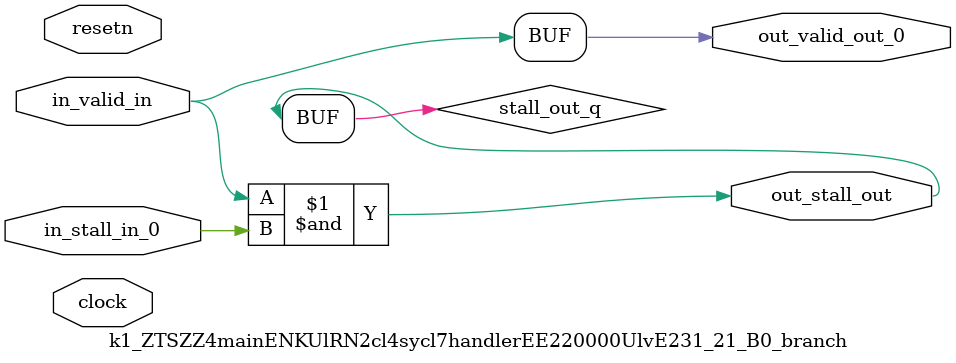
<source format=sv>



(* altera_attribute = "-name AUTO_SHIFT_REGISTER_RECOGNITION OFF; -name MESSAGE_DISABLE 10036; -name MESSAGE_DISABLE 10037; -name MESSAGE_DISABLE 14130; -name MESSAGE_DISABLE 14320; -name MESSAGE_DISABLE 15400; -name MESSAGE_DISABLE 14130; -name MESSAGE_DISABLE 10036; -name MESSAGE_DISABLE 12020; -name MESSAGE_DISABLE 12030; -name MESSAGE_DISABLE 12010; -name MESSAGE_DISABLE 12110; -name MESSAGE_DISABLE 14320; -name MESSAGE_DISABLE 13410; -name MESSAGE_DISABLE 113007; -name MESSAGE_DISABLE 10958" *)
module k1_ZTSZZ4mainENKUlRN2cl4sycl7handlerEE220000UlvE231_21_B0_branch (
    input wire [0:0] in_stall_in_0,
    input wire [0:0] in_valid_in,
    output wire [0:0] out_stall_out,
    output wire [0:0] out_valid_out_0,
    input wire clock,
    input wire resetn
    );

    wire [0:0] stall_out_q;


    // stall_out(LOGICAL,6)
    assign stall_out_q = in_valid_in & in_stall_in_0;

    // out_stall_out(GPOUT,4)
    assign out_stall_out = stall_out_q;

    // out_valid_out_0(GPOUT,5)
    assign out_valid_out_0 = in_valid_in;

endmodule

</source>
